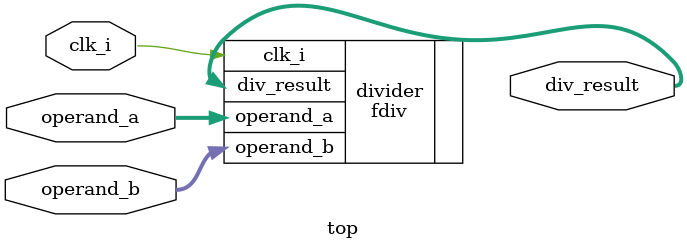
<source format=sv>

`default_nettype none

module top
(
  input logic        clk_i,
  input logic [31:0] operand_a,
  input logic [31:0] operand_b,
  output logic[31:0] div_result
);

  fdiv divider (
    .clk_i(clk_i),
    .operand_a(operand_a),
    .operand_b(operand_b),
    .div_result(div_result)
    );
endmodule : top


</source>
